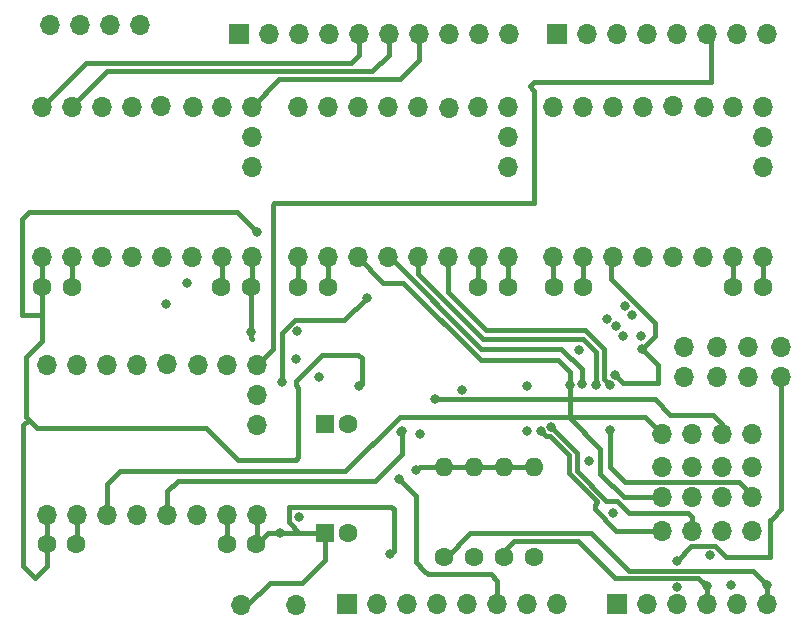
<source format=gbr>
%TF.GenerationSoftware,KiCad,Pcbnew,(6.0.6)*%
%TF.CreationDate,2022-07-08T14:07:57+08:00*%
%TF.ProjectId,Stepper,53746570-7065-4722-9e6b-696361645f70,rev?*%
%TF.SameCoordinates,Original*%
%TF.FileFunction,Copper,L4,Bot*%
%TF.FilePolarity,Positive*%
%FSLAX46Y46*%
G04 Gerber Fmt 4.6, Leading zero omitted, Abs format (unit mm)*
G04 Created by KiCad (PCBNEW (6.0.6)) date 2022-07-08 14:07:57*
%MOMM*%
%LPD*%
G01*
G04 APERTURE LIST*
%TA.AperFunction,ComponentPad*%
%ADD10R,1.700000X1.700000*%
%TD*%
%TA.AperFunction,ComponentPad*%
%ADD11O,1.700000X1.700000*%
%TD*%
%TA.AperFunction,ComponentPad*%
%ADD12C,1.600000*%
%TD*%
%TA.AperFunction,ComponentPad*%
%ADD13O,1.600000X1.600000*%
%TD*%
%TA.AperFunction,ComponentPad*%
%ADD14R,1.600000X1.600000*%
%TD*%
%TA.AperFunction,ViaPad*%
%ADD15C,0.800000*%
%TD*%
%TA.AperFunction,Conductor*%
%ADD16C,0.400000*%
%TD*%
G04 APERTURE END LIST*
D10*
%TO.P,J1,1,Pin_1*%
%TO.N,unconnected-(J1-Pad1)*%
X127940000Y-97460000D03*
D11*
%TO.P,J1,2,Pin_2*%
%TO.N,/IOREF*%
X130480000Y-97460000D03*
%TO.P,J1,3,Pin_3*%
%TO.N,/~{RESET}*%
X133020000Y-97460000D03*
%TO.P,J1,4,Pin_4*%
%TO.N,+3V3*%
X135560000Y-97460000D03*
%TO.P,J1,5,Pin_5*%
%TO.N,+5V*%
X138100000Y-97460000D03*
%TO.P,J1,6,Pin_6*%
%TO.N,GND*%
X140640000Y-97460000D03*
%TO.P,J1,7,Pin_7*%
X143180000Y-97460000D03*
%TO.P,J1,8,Pin_8*%
%TO.N,VCC*%
X145720000Y-97460000D03*
%TD*%
D10*
%TO.P,J3,1,Pin_1*%
%TO.N,/A0*%
X150800000Y-97460000D03*
D11*
%TO.P,J3,2,Pin_2*%
%TO.N,/A1*%
X153340000Y-97460000D03*
%TO.P,J3,3,Pin_3*%
%TO.N,/A2*%
X155880000Y-97460000D03*
%TO.P,J3,4,Pin_4*%
%TO.N,/A3*%
X158420000Y-97460000D03*
%TO.P,J3,5,Pin_5*%
%TO.N,/SDA{slash}A4*%
X160960000Y-97460000D03*
%TO.P,J3,6,Pin_6*%
%TO.N,/SCL{slash}A5*%
X163500000Y-97460000D03*
%TD*%
D10*
%TO.P,J2,1,Pin_1*%
%TO.N,/SCL{slash}A5*%
X118796000Y-49200000D03*
D11*
%TO.P,J2,2,Pin_2*%
%TO.N,/SDA{slash}A4*%
X121336000Y-49200000D03*
%TO.P,J2,3,Pin_3*%
%TO.N,/AREF*%
X123876000Y-49200000D03*
%TO.P,J2,4,Pin_4*%
%TO.N,GND*%
X126416000Y-49200000D03*
%TO.P,J2,5,Pin_5*%
%TO.N,/13*%
X128956000Y-49200000D03*
%TO.P,J2,6,Pin_6*%
%TO.N,/12*%
X131496000Y-49200000D03*
%TO.P,J2,7,Pin_7*%
%TO.N,/\u002A11*%
X134036000Y-49200000D03*
%TO.P,J2,8,Pin_8*%
%TO.N,/\u002A10*%
X136576000Y-49200000D03*
%TO.P,J2,9,Pin_9*%
%TO.N,/\u002A9*%
X139116000Y-49200000D03*
%TO.P,J2,10,Pin_10*%
%TO.N,/8*%
X141656000Y-49200000D03*
%TD*%
D10*
%TO.P,J4,1,Pin_1*%
%TO.N,/7*%
X145720000Y-49200000D03*
D11*
%TO.P,J4,2,Pin_2*%
%TO.N,/\u002A6*%
X148260000Y-49200000D03*
%TO.P,J4,3,Pin_3*%
%TO.N,/\u002A5*%
X150800000Y-49200000D03*
%TO.P,J4,4,Pin_4*%
%TO.N,/4*%
X153340000Y-49200000D03*
%TO.P,J4,5,Pin_5*%
%TO.N,/\u002A3*%
X155880000Y-49200000D03*
%TO.P,J4,6,Pin_6*%
%TO.N,/2*%
X158420000Y-49200000D03*
%TO.P,J4,7,Pin_7*%
%TO.N,/TX{slash}1*%
X160960000Y-49200000D03*
%TO.P,J4,8,Pin_8*%
%TO.N,/RX{slash}0*%
X163500000Y-49200000D03*
%TD*%
%TO.P,,D1,Pin_4*%
%TO.N,N/C*%
X119900000Y-57840000D03*
%TD*%
%TO.P,,D1,Pin_4*%
%TO.N,N/C*%
X133970000Y-68060000D03*
%TD*%
%TO.P,,D1,Pin_4*%
%TO.N,N/C*%
X156500000Y-75660000D03*
%TD*%
%TO.P,,D1,Pin_4*%
%TO.N,N/C*%
X133925799Y-55355827D03*
%TD*%
%TO.P,,D1,Pin_4*%
%TO.N,N/C*%
X131430000Y-68060000D03*
%TD*%
%TO.P,,D1,Pin_4*%
%TO.N,N/C*%
X104660000Y-68000000D03*
%TD*%
%TO.P,,D1,Pin_4*%
%TO.N,N/C*%
X156500000Y-78200000D03*
%TD*%
%TO.P,,D1,Pin_4*%
%TO.N,N/C*%
X117824201Y-77144173D03*
%TD*%
%TO.P,,D1,Pin_4*%
%TO.N,N/C*%
X112700000Y-77140000D03*
%TD*%
%TO.P,,D1,Pin_4*%
%TO.N,N/C*%
X158191710Y-55371710D03*
%TD*%
D12*
%TO.P,REF\u002A\u002A,1*%
%TO.N,N/C*%
X139050000Y-70600000D03*
%TO.P,REF\u002A\u002A,2*%
X141550000Y-70600000D03*
%TD*%
D11*
%TO.P,,D1,Pin_4*%
%TO.N,N/C*%
X117360000Y-68000000D03*
%TD*%
%TO.P,,D1,Pin_4*%
%TO.N,N/C*%
X147960000Y-55300000D03*
%TD*%
%TO.P,,D1,Pin_4*%
%TO.N,N/C*%
X162220000Y-83000000D03*
%TD*%
%TO.P,,D1,Pin_4*%
%TO.N,N/C*%
X147960000Y-68000000D03*
%TD*%
%TO.P,,D1,Pin_4*%
%TO.N,N/C*%
X157160000Y-91200000D03*
%TD*%
%TO.P,,D1,Pin_4*%
%TO.N,N/C*%
X105124201Y-77144173D03*
%TD*%
%TO.P,,D1,Pin_4*%
%TO.N,N/C*%
X120364201Y-82224173D03*
%TD*%
%TO.P,,D1,Pin_4*%
%TO.N,N/C*%
X139050000Y-68060000D03*
%TD*%
%TO.P,,D1,Pin_4*%
%TO.N,N/C*%
X119900000Y-55300000D03*
%TD*%
%TO.P,,D1,Pin_4*%
%TO.N,N/C*%
X150500000Y-68000000D03*
%TD*%
%TO.P,,D1,Pin_4*%
%TO.N,N/C*%
X154620000Y-91200000D03*
%TD*%
%TO.P,,D1,Pin_4*%
%TO.N,N/C*%
X157140000Y-83000000D03*
%TD*%
%TO.P,,D1,Pin_4*%
%TO.N,N/C*%
X145420000Y-68000000D03*
%TD*%
%TO.P,,D1,Pin_4*%
%TO.N,N/C*%
X163200000Y-68000000D03*
%TD*%
%TO.P,,D1,Pin_4*%
%TO.N,N/C*%
X159680000Y-83000000D03*
%TD*%
%TO.P,,D1,Pin_4*%
%TO.N,N/C*%
X150500000Y-55300000D03*
%TD*%
%TO.P,,D1,Pin_4*%
%TO.N,N/C*%
X163200000Y-60380000D03*
%TD*%
%TO.P,,D1,Pin_4*%
%TO.N,N/C*%
X123810000Y-55360000D03*
%TD*%
%TO.P,,D1,Pin_4*%
%TO.N,N/C*%
X119900000Y-60380000D03*
%TD*%
D12*
%TO.P,REF\u002A\u002A,1*%
%TO.N,N/C*%
X160660000Y-70540000D03*
%TO.P,REF\u002A\u002A,2*%
X163160000Y-70540000D03*
%TD*%
%TO.P,REF\u002A\u002A,1*%
%TO.N,N/C*%
X143800000Y-93400000D03*
D13*
%TO.P,REF\u002A\u002A,2*%
X143800000Y-85780000D03*
%TD*%
D11*
%TO.P,,D1,Pin_4*%
%TO.N,N/C*%
X126350000Y-68060000D03*
%TD*%
%TO.P,,D1,Pin_4*%
%TO.N,N/C*%
X115355911Y-77215883D03*
%TD*%
%TO.P,,D1,Pin_4*%
%TO.N,N/C*%
X109740000Y-55300000D03*
%TD*%
%TO.P,,D1,Pin_4*%
%TO.N,N/C*%
X114891710Y-55371710D03*
%TD*%
%TO.P,,D1,Pin_4*%
%TO.N,N/C*%
X141590000Y-68060000D03*
%TD*%
%TO.P,,D1,Pin_4*%
%TO.N,N/C*%
X102584201Y-77144173D03*
%TD*%
%TO.P,,D1,Pin_4*%
%TO.N,N/C*%
X164700000Y-78180000D03*
%TD*%
%TO.P,,D1,Pin_4*%
%TO.N,N/C*%
X161900000Y-78180000D03*
%TD*%
%TO.P,,D1,Pin_4*%
%TO.N,N/C*%
X157160000Y-88400000D03*
%TD*%
%TO.P,,D1,Pin_4*%
%TO.N,N/C*%
X107860000Y-48400000D03*
%TD*%
%TO.P,,D1,Pin_4*%
%TO.N,N/C*%
X159700000Y-91200000D03*
%TD*%
%TO.P,,D1,Pin_4*%
%TO.N,N/C*%
X128890000Y-68060000D03*
%TD*%
%TO.P,,D1,Pin_4*%
%TO.N,N/C*%
X102584201Y-89844173D03*
%TD*%
%TO.P,,D1,Pin_4*%
%TO.N,N/C*%
X160660000Y-68000000D03*
%TD*%
%TO.P,,D1,Pin_4*%
%TO.N,N/C*%
X131430000Y-55360000D03*
%TD*%
D12*
%TO.P,REF\u002A\u002A,1*%
%TO.N,N/C*%
X136180000Y-93400000D03*
D13*
%TO.P,REF\u002A\u002A,2*%
X136180000Y-85780000D03*
%TD*%
D11*
%TO.P,,D1,Pin_4*%
%TO.N,N/C*%
X105124201Y-89844173D03*
%TD*%
%TO.P,,D1,Pin_4*%
%TO.N,N/C*%
X157160000Y-85800000D03*
%TD*%
%TO.P,,D1,Pin_4*%
%TO.N,N/C*%
X153040000Y-68000000D03*
%TD*%
%TO.P,,D1,Pin_4*%
%TO.N,N/C*%
X141590000Y-55360000D03*
%TD*%
%TO.P,,D1,Pin_4*%
%TO.N,N/C*%
X119900000Y-68000000D03*
%TD*%
%TO.P,,D1,Pin_4*%
%TO.N,N/C*%
X117824201Y-89844173D03*
%TD*%
D14*
%TO.P,REF\u002A\u002A,1*%
%TO.N,N/C*%
X126044888Y-91400000D03*
D12*
%TO.P,REF\u002A\u002A,2*%
X128044888Y-91400000D03*
%TD*%
D11*
%TO.P,,D1,Pin_4*%
%TO.N,N/C*%
X104660000Y-55300000D03*
%TD*%
D12*
%TO.P,REF\u002A\u002A,1*%
%TO.N,N/C*%
X138720000Y-93400000D03*
D13*
%TO.P,REF\u002A\u002A,2*%
X138720000Y-85780000D03*
%TD*%
D11*
%TO.P,,D1,Pin_4*%
%TO.N,N/C*%
X161900000Y-75640000D03*
%TD*%
%TO.P,,D1,Pin_4*%
%TO.N,N/C*%
X102120000Y-55300000D03*
%TD*%
%TO.P,,D1,Pin_4*%
%TO.N,N/C*%
X163200000Y-57840000D03*
%TD*%
%TO.P,,D1,Pin_4*%
%TO.N,N/C*%
X154620000Y-85800000D03*
%TD*%
%TO.P,,D1,Pin_4*%
%TO.N,N/C*%
X162240000Y-88400000D03*
%TD*%
%TO.P,,D1,Pin_4*%
%TO.N,N/C*%
X136581710Y-55431710D03*
%TD*%
%TO.P,,D1,Pin_4*%
%TO.N,N/C*%
X155580000Y-68000000D03*
%TD*%
%TO.P,,D1,Pin_4*%
%TO.N,N/C*%
X164700000Y-75640000D03*
%TD*%
%TO.P,,D1,Pin_4*%
%TO.N,N/C*%
X141590000Y-60440000D03*
%TD*%
D12*
%TO.P,REF\u002A\u002A,1*%
%TO.N,N/C*%
X141260000Y-93400000D03*
D13*
%TO.P,REF\u002A\u002A,2*%
X141260000Y-85780000D03*
%TD*%
D11*
%TO.P,,D1,Pin_4*%
%TO.N,N/C*%
X109740000Y-68000000D03*
%TD*%
%TO.P,,D1,Pin_4*%
%TO.N,N/C*%
X136510000Y-68060000D03*
%TD*%
%TO.P,,D1,Pin_4*%
%TO.N,N/C*%
X159700000Y-85800000D03*
%TD*%
%TO.P,,D1,Pin_4*%
%TO.N,N/C*%
X154620000Y-88400000D03*
%TD*%
%TO.P,,D1,Pin_4*%
%TO.N,N/C*%
X160660000Y-55300000D03*
%TD*%
%TO.P,,D1,Pin_4*%
%TO.N,N/C*%
X114820000Y-68000000D03*
%TD*%
%TO.P,,D1,Pin_4*%
%TO.N,N/C*%
X123810000Y-68060000D03*
%TD*%
%TO.P,,D1,Pin_4*%
%TO.N,N/C*%
X120364201Y-89844173D03*
%TD*%
%TO.P,,D1,Pin_4*%
%TO.N,N/C*%
X107664201Y-89844173D03*
%TD*%
%TO.P,,D1,Pin_4*%
%TO.N,N/C*%
X128890000Y-55360000D03*
%TD*%
%TO.P,,D1,Pin_4*%
%TO.N,N/C*%
X117360000Y-55300000D03*
%TD*%
%TO.P,,D1,Pin_4*%
%TO.N,N/C*%
X155535799Y-55295827D03*
%TD*%
%TO.P,,D1,Pin_4*%
%TO.N,N/C*%
X163200000Y-55300000D03*
%TD*%
%TO.P,,D1,Pin_4*%
%TO.N,N/C*%
X159700000Y-88400000D03*
%TD*%
D12*
%TO.P,REF\u002A\u002A,1*%
%TO.N,N/C*%
X145460000Y-70540000D03*
%TO.P,REF\u002A\u002A,2*%
X147960000Y-70540000D03*
%TD*%
D11*
%TO.P,,D1,Pin_4*%
%TO.N,GND*%
X123600000Y-97500000D03*
%TD*%
%TO.P,,D1,Pin_4*%
%TO.N,N/C*%
X115284201Y-89844173D03*
%TD*%
%TO.P,,D1,Pin_4*%
%TO.N,N/C*%
X126350000Y-55360000D03*
%TD*%
D14*
%TO.P,REF\u002A\u002A,1*%
%TO.N,N/C*%
X126044888Y-82200000D03*
D12*
%TO.P,REF\u002A\u002A,2*%
X128044888Y-82200000D03*
%TD*%
D11*
%TO.P,,D1,Pin_4*%
%TO.N,N/C*%
X112280000Y-68000000D03*
%TD*%
%TO.P,,D1,Pin_4*%
%TO.N,N/C*%
X159300000Y-75640000D03*
%TD*%
D12*
%TO.P,REF\u002A\u002A,1*%
%TO.N,N/C*%
X123810000Y-70600000D03*
%TO.P,REF\u002A\u002A,2*%
X126310000Y-70600000D03*
%TD*%
D11*
%TO.P,,D1,Pin_4*%
%TO.N,N/C*%
X107200000Y-55300000D03*
%TD*%
%TO.P,,D1,Pin_4*%
%TO.N,N/C*%
X110204201Y-77144173D03*
%TD*%
%TO.P,,D1,Pin_4*%
%TO.N,N/C*%
X153040000Y-55300000D03*
%TD*%
%TO.P,,D1,Pin_4*%
%TO.N,VCC*%
X119000000Y-97500000D03*
%TD*%
%TO.P,,D1,Pin_4*%
%TO.N,N/C*%
X102120000Y-68000000D03*
%TD*%
%TO.P,,D1,Pin_4*%
%TO.N,N/C*%
X110204201Y-89844173D03*
%TD*%
D12*
%TO.P,REF\u002A\u002A,1*%
%TO.N,N/C*%
X102540000Y-92380000D03*
%TO.P,REF\u002A\u002A,2*%
X105040000Y-92380000D03*
%TD*%
D11*
%TO.P,,D1,Pin_4*%
%TO.N,N/C*%
X162240000Y-85800000D03*
%TD*%
%TO.P,,D1,Pin_4*%
%TO.N,N/C*%
X112744201Y-89844173D03*
%TD*%
%TO.P,,D1,Pin_4*%
%TO.N,N/C*%
X107200000Y-68000000D03*
%TD*%
%TO.P,,D1,Pin_4*%
%TO.N,N/C*%
X141590000Y-57900000D03*
%TD*%
%TO.P,,D1,Pin_4*%
%TO.N,N/C*%
X162240000Y-91200000D03*
%TD*%
%TO.P,,D1,Pin_4*%
%TO.N,N/C*%
X145420000Y-55300000D03*
%TD*%
%TO.P,,D1,Pin_4*%
%TO.N,N/C*%
X120364201Y-79684173D03*
%TD*%
%TO.P,,D1,Pin_4*%
%TO.N,N/C*%
X158120000Y-68000000D03*
%TD*%
D12*
%TO.P,REF\u002A\u002A,1*%
%TO.N,N/C*%
X117780000Y-92380000D03*
%TO.P,REF\u002A\u002A,2*%
X120280000Y-92380000D03*
%TD*%
%TO.P,REF\u002A\u002A,1*%
%TO.N,N/C*%
X102146709Y-70571710D03*
%TO.P,REF\u002A\u002A,2*%
X104646709Y-70571710D03*
%TD*%
D11*
%TO.P,,D1,Pin_4*%
%TO.N,N/C*%
X110400000Y-48400000D03*
%TD*%
%TO.P,,D1,Pin_4*%
%TO.N,N/C*%
X112235799Y-55295827D03*
%TD*%
%TO.P,,D1,Pin_4*%
%TO.N,N/C*%
X154600000Y-83000000D03*
%TD*%
%TO.P,,D1,Pin_4*%
%TO.N,N/C*%
X102780000Y-48400000D03*
%TD*%
%TO.P,,D1,Pin_4*%
%TO.N,N/C*%
X120364201Y-77144173D03*
%TD*%
%TO.P,,D1,Pin_4*%
%TO.N,N/C*%
X105320000Y-48400000D03*
%TD*%
%TO.P,,D1,Pin_4*%
%TO.N,N/C*%
X159300000Y-78180000D03*
%TD*%
%TO.P,,D1,Pin_4*%
%TO.N,N/C*%
X139050000Y-55360000D03*
%TD*%
%TO.P,,D1,Pin_4*%
%TO.N,N/C*%
X107664201Y-77144173D03*
%TD*%
D12*
%TO.P,REF\u002A\u002A,1*%
%TO.N,N/C*%
X117315799Y-70540000D03*
%TO.P,REF\u002A\u002A,2*%
X119815799Y-70540000D03*
%TD*%
D15*
%TO.N,*%
X152800000Y-74700000D03*
X137700000Y-79300000D03*
X150200000Y-78900000D03*
X135400000Y-80100000D03*
X150200000Y-78900000D03*
X158700000Y-93300000D03*
X131600000Y-93200000D03*
X132550000Y-82850000D03*
X134100000Y-83000000D03*
X148400000Y-85300000D03*
X151300000Y-74700000D03*
X134100000Y-83000000D03*
X150600000Y-78000000D03*
X149000000Y-78900000D03*
X134100000Y-83000000D03*
X132600000Y-82800000D03*
X150700000Y-73900000D03*
X147800000Y-78800000D03*
X145200000Y-82400000D03*
X150200000Y-82700000D03*
X143200000Y-79000000D03*
X144350000Y-82750000D03*
X150000000Y-73300000D03*
X152900000Y-75800000D03*
X134100000Y-83000000D03*
X150500000Y-89700000D03*
X143200000Y-82800000D03*
X151500000Y-72200000D03*
X123700000Y-74300000D03*
X152050000Y-72950000D03*
X146800000Y-78900000D03*
X145200000Y-82400000D03*
X147800000Y-78800000D03*
X114400000Y-70200000D03*
%TO.N,GND*%
X120350000Y-65950000D03*
X123850000Y-90050000D03*
X132350000Y-86850000D03*
X129000000Y-79000000D03*
X123600000Y-76700000D03*
X133800000Y-86100000D03*
%TO.N,+5V*%
X147600000Y-75900000D03*
X112600000Y-72000000D03*
X125600000Y-78200000D03*
%TO.N,/A2*%
X155880000Y-96020000D03*
X155850000Y-93750000D03*
%TO.N,/A3*%
X158420000Y-95920000D03*
%TO.N,/SDA{slash}A4*%
X160450000Y-95850000D03*
%TO.N,/SCL{slash}A5*%
X163500000Y-95800000D03*
%TO.N,VCC*%
X129600000Y-71500000D03*
X119815799Y-74400000D03*
X122400000Y-78600000D03*
X122300000Y-91400000D03*
%TD*%
D16*
%TO.N,*%
X148900000Y-89000000D02*
X149100000Y-88800000D01*
X131560000Y-68060000D02*
X139300000Y-75800000D01*
X145200000Y-82400000D02*
X147400000Y-84600000D01*
X131030000Y-70200000D02*
X132700000Y-70200000D01*
X154300000Y-77200000D02*
X152900000Y-75800000D01*
X150200000Y-82700000D02*
X150200000Y-85800000D01*
X132600000Y-84700000D02*
X132600000Y-82800000D01*
X157160000Y-90060000D02*
X157160000Y-91200000D01*
X139700000Y-74200000D02*
X148100000Y-74200000D01*
X149000000Y-78700000D02*
X149000000Y-78900000D01*
X161100000Y-87100000D02*
X162240000Y-88240000D01*
X146800000Y-78900000D02*
X146800000Y-81700000D01*
X146800000Y-81700000D02*
X149400000Y-84300000D01*
X107664201Y-89844173D02*
X107664201Y-87235799D01*
X162240000Y-88240000D02*
X162240000Y-88400000D01*
X149100000Y-78600000D02*
X149000000Y-78700000D01*
X139500000Y-75000000D02*
X147900000Y-75000000D01*
X150300000Y-69900000D02*
X150300000Y-68200000D01*
X147800000Y-77500000D02*
X147800000Y-78800000D01*
X147400000Y-86200000D02*
X149900000Y-88700000D01*
X150700000Y-91200000D02*
X148900000Y-89400000D01*
X146800000Y-77800000D02*
X146800000Y-78900000D01*
X113600000Y-87000000D02*
X130300000Y-87000000D01*
X150600000Y-78000000D02*
X151300000Y-78700000D01*
X133970000Y-68060000D02*
X133970000Y-69470000D01*
X146100000Y-75800000D02*
X147800000Y-77500000D01*
X159680000Y-82180000D02*
X159680000Y-83000000D01*
X150800000Y-88700000D02*
X151800000Y-89700000D01*
X150300000Y-68200000D02*
X150500000Y-68000000D01*
X148100000Y-74200000D02*
X149700000Y-75800000D01*
X149400000Y-86400000D02*
X151400000Y-88400000D01*
X112744201Y-87855799D02*
X113600000Y-87000000D01*
X130300000Y-87000000D02*
X132600000Y-84700000D01*
X149400000Y-84300000D02*
X149400000Y-86400000D01*
X149100000Y-88800000D02*
X149100000Y-88700000D01*
X145100000Y-83200000D02*
X144800000Y-83200000D01*
X147400000Y-84600000D02*
X147400000Y-86200000D01*
X135400000Y-80100000D02*
X154000000Y-80100000D01*
X147900000Y-75000000D02*
X149000000Y-76100000D01*
X151300000Y-78700000D02*
X154300000Y-78700000D01*
X107664201Y-87235799D02*
X108700000Y-86200000D01*
X154300000Y-78700000D02*
X154300000Y-77200000D01*
X149000000Y-78500000D02*
X149100000Y-78600000D01*
X139300000Y-76800000D02*
X145800000Y-76800000D01*
X151500000Y-87100000D02*
X161100000Y-87100000D01*
X154620000Y-91200000D02*
X150700000Y-91200000D01*
X146700000Y-86300000D02*
X146700000Y-84800000D01*
X148900000Y-89400000D02*
X148900000Y-89000000D01*
X149100000Y-88700000D02*
X146700000Y-86300000D01*
X155300000Y-81400000D02*
X158900000Y-81400000D01*
X154000000Y-73600000D02*
X150300000Y-69900000D01*
X150200000Y-85800000D02*
X151500000Y-87100000D01*
X152900000Y-75800000D02*
X154000000Y-74700000D01*
X128890000Y-68060000D02*
X131030000Y-70200000D01*
X151400000Y-88400000D02*
X154620000Y-88400000D01*
X133970000Y-69470000D02*
X139500000Y-75000000D01*
X153200000Y-81600000D02*
X154600000Y-83000000D01*
X139300000Y-75800000D02*
X146100000Y-75800000D01*
X131430000Y-68060000D02*
X131560000Y-68060000D01*
X149900000Y-88700000D02*
X150800000Y-88700000D01*
X158900000Y-81400000D02*
X159680000Y-82180000D01*
X149700000Y-75800000D02*
X149700000Y-78400000D01*
X136510000Y-71010000D02*
X139700000Y-74200000D01*
X154000000Y-74700000D02*
X154000000Y-73600000D01*
X108700000Y-86200000D02*
X127800000Y-86200000D01*
X154000000Y-80100000D02*
X155300000Y-81400000D01*
X132700000Y-70200000D02*
X139300000Y-76800000D01*
X145800000Y-76800000D02*
X146800000Y-77800000D01*
X132400000Y-81600000D02*
X153200000Y-81600000D01*
X127800000Y-86200000D02*
X132400000Y-81600000D01*
X149000000Y-76100000D02*
X149000000Y-78500000D01*
X144800000Y-83200000D02*
X144350000Y-82750000D01*
X136510000Y-68060000D02*
X136510000Y-71010000D01*
X112744201Y-89844173D02*
X112744201Y-87855799D01*
X132550000Y-82850000D02*
X132600000Y-82800000D01*
X156800000Y-89700000D02*
X157160000Y-90060000D01*
X151800000Y-89700000D02*
X156800000Y-89700000D01*
X149700000Y-78400000D02*
X150200000Y-78900000D01*
X146700000Y-84800000D02*
X145100000Y-83200000D01*
%TO.N,GND*%
X140100000Y-94900000D02*
X140640000Y-95440000D01*
X125800000Y-76300000D02*
X128900000Y-76300000D01*
X134500000Y-94600000D02*
X134800000Y-94900000D01*
X117824201Y-89844173D02*
X117824201Y-92335799D01*
X134800000Y-94900000D02*
X140100000Y-94900000D01*
X101000000Y-64200000D02*
X118600000Y-64200000D01*
X123800000Y-79100000D02*
X123600000Y-78900000D01*
X116000000Y-82500000D02*
X118700000Y-85200000D01*
X160660000Y-68000000D02*
X160660000Y-70540000D01*
X102540000Y-92380000D02*
X102540000Y-94160000D01*
X134120000Y-85780000D02*
X133800000Y-86100000D01*
X100800000Y-81600000D02*
X101000000Y-81800000D01*
X101700000Y-82500000D02*
X116000000Y-82500000D01*
X101400000Y-82200000D02*
X101700000Y-82500000D01*
X100500000Y-94200000D02*
X100500000Y-82300000D01*
X100453291Y-72953291D02*
X100400000Y-72900000D01*
X101000000Y-81800000D02*
X101400000Y-82200000D01*
X133800000Y-93900000D02*
X134500000Y-94600000D01*
X136180000Y-85780000D02*
X143800000Y-85780000D01*
X117360000Y-68000000D02*
X117360000Y-70495799D01*
X102584201Y-92335799D02*
X102540000Y-92380000D01*
X102540000Y-94160000D02*
X101500000Y-95200000D01*
X100400000Y-72900000D02*
X100400000Y-64800000D01*
X123600000Y-85200000D02*
X123800000Y-85000000D01*
X102120000Y-68000000D02*
X102120000Y-70545001D01*
X102146709Y-72953291D02*
X102146709Y-75153291D01*
X123600000Y-78900000D02*
X123600000Y-78500000D01*
X120350000Y-65950000D02*
X120400000Y-66000000D01*
X100400000Y-64800000D02*
X101000000Y-64200000D01*
X118700000Y-85200000D02*
X119100000Y-85200000D01*
X102120000Y-70545001D02*
X102146709Y-70571710D01*
X133800000Y-88300000D02*
X132350000Y-86850000D01*
X140640000Y-95440000D02*
X140640000Y-97460000D01*
X123800000Y-85000000D02*
X123800000Y-79100000D01*
X129200000Y-78800000D02*
X129000000Y-79000000D01*
X100800000Y-76500000D02*
X100800000Y-81600000D01*
X102584201Y-89844173D02*
X102584201Y-92335799D01*
X119100000Y-85200000D02*
X123600000Y-85200000D01*
X102146709Y-72953291D02*
X100453291Y-72953291D01*
X102146709Y-70571710D02*
X102146709Y-72953291D01*
X145420000Y-70500000D02*
X145460000Y-70540000D01*
X133800000Y-93900000D02*
X133800000Y-88300000D01*
X123810000Y-68060000D02*
X123810000Y-70600000D01*
X100500000Y-82300000D02*
X101000000Y-81800000D01*
X139050000Y-68060000D02*
X139050000Y-70600000D01*
X132350000Y-86850000D02*
X132200000Y-86700000D01*
X136180000Y-85780000D02*
X134120000Y-85780000D01*
X123600000Y-78500000D02*
X125800000Y-76300000D01*
X118600000Y-64200000D02*
X120350000Y-65950000D01*
X101500000Y-95200000D02*
X100500000Y-94200000D01*
X145420000Y-68000000D02*
X145420000Y-70500000D01*
X117824201Y-92335799D02*
X117780000Y-92380000D01*
X128900000Y-76300000D02*
X129200000Y-76600000D01*
X129200000Y-76600000D02*
X129200000Y-78800000D01*
X102146709Y-75153291D02*
X100800000Y-76500000D01*
X117360000Y-70495799D02*
X117315799Y-70540000D01*
%TO.N,+5V*%
X105124201Y-89844173D02*
X105124201Y-92295799D01*
X104660000Y-68000000D02*
X104660000Y-70558419D01*
X147960000Y-68000000D02*
X147960000Y-70540000D01*
X105124201Y-92295799D02*
X105040000Y-92380000D01*
X126350000Y-68060000D02*
X126350000Y-70560000D01*
X126350000Y-70560000D02*
X126310000Y-70600000D01*
X104660000Y-70558419D02*
X104646709Y-70571710D01*
%TO.N,/A2*%
X160000000Y-93400000D02*
X159300000Y-92700000D01*
X163900000Y-90200000D02*
X163800000Y-90300000D01*
X155850000Y-93750000D02*
X155800000Y-93800000D01*
X164700000Y-89400000D02*
X163900000Y-90200000D01*
X159300000Y-92700000D02*
X159100000Y-92500000D01*
X163800000Y-90300000D02*
X163800000Y-93400000D01*
X164700000Y-78180000D02*
X164700000Y-89400000D01*
X163800000Y-93400000D02*
X160000000Y-93400000D01*
X159100000Y-92500000D02*
X157700000Y-92500000D01*
X157100000Y-92500000D02*
X155850000Y-93750000D01*
X157700000Y-92500000D02*
X157100000Y-92500000D01*
%TO.N,/A3*%
X150600000Y-95200000D02*
X157700000Y-95200000D01*
X157700000Y-95200000D02*
X158420000Y-95920000D01*
X158420000Y-95920000D02*
X158420000Y-97460000D01*
X141260000Y-93400000D02*
X141260000Y-92940000D01*
X147900000Y-92500000D02*
X149800000Y-94400000D01*
X149800000Y-94400000D02*
X150600000Y-95200000D01*
X147500000Y-92100000D02*
X147900000Y-92500000D01*
X141260000Y-92940000D02*
X142100000Y-92100000D01*
X142100000Y-92100000D02*
X147500000Y-92100000D01*
%TO.N,/SCL{slash}A5*%
X163500000Y-95800000D02*
X163500000Y-97460000D01*
X136400000Y-93400000D02*
X138300000Y-91500000D01*
X162300000Y-94600000D02*
X163500000Y-95800000D01*
X151600000Y-94400000D02*
X151800000Y-94600000D01*
X138300000Y-91500000D02*
X138400000Y-91400000D01*
X136180000Y-93400000D02*
X136400000Y-93400000D01*
X138400000Y-91400000D02*
X148600000Y-91400000D01*
X148600000Y-91400000D02*
X151600000Y-94400000D01*
X151800000Y-94600000D02*
X162300000Y-94600000D01*
%TO.N,/13*%
X128956000Y-50944000D02*
X128956000Y-49200000D01*
X105820000Y-51600000D02*
X128300000Y-51600000D01*
X102120000Y-55300000D02*
X105820000Y-51600000D01*
X128300000Y-51600000D02*
X128956000Y-50944000D01*
%TO.N,/12*%
X107600000Y-52300000D02*
X130100000Y-52300000D01*
X131496000Y-50904000D02*
X131496000Y-49200000D01*
X130100000Y-52300000D02*
X131496000Y-50904000D01*
X104660000Y-55240000D02*
X107600000Y-52300000D01*
X104660000Y-55300000D02*
X104660000Y-55240000D01*
%TO.N,/\u002A11*%
X134036000Y-51364000D02*
X134036000Y-49200000D01*
X122200000Y-53000000D02*
X132400000Y-53000000D01*
X119900000Y-55300000D02*
X122200000Y-53000000D01*
X132400000Y-53000000D02*
X134036000Y-51364000D01*
%TO.N,/2*%
X121800000Y-63500000D02*
X143800000Y-63500000D01*
X121700000Y-63600000D02*
X121800000Y-63500000D01*
X143400000Y-53600000D02*
X143800000Y-53200000D01*
X143800000Y-54000000D02*
X143400000Y-53600000D01*
X143800000Y-63500000D02*
X143800000Y-54000000D01*
X121700000Y-75808374D02*
X121700000Y-74300000D01*
X143800000Y-53200000D02*
X158800000Y-53200000D01*
X121700000Y-74300000D02*
X121700000Y-63600000D01*
X158800000Y-53200000D02*
X158800000Y-49580000D01*
X158800000Y-49580000D02*
X158420000Y-49200000D01*
X120364201Y-77144173D02*
X121700000Y-75808374D01*
%TO.N,VCC*%
X124100000Y-95600000D02*
X126044888Y-93655112D01*
X131700000Y-89200000D02*
X131900000Y-89400000D01*
X119900000Y-68000000D02*
X119900000Y-70455799D01*
X119900000Y-70455799D02*
X119815799Y-70540000D01*
X119500000Y-97500000D02*
X121400000Y-95600000D01*
X123000000Y-89200000D02*
X131700000Y-89200000D01*
X121260000Y-91400000D02*
X120280000Y-92380000D01*
X122400000Y-74500000D02*
X122400000Y-78600000D01*
X123500000Y-73400000D02*
X122400000Y-74500000D01*
X123000000Y-90500000D02*
X123000000Y-89200000D01*
X131900000Y-89400000D02*
X131900000Y-92900000D01*
X126044888Y-91400000D02*
X123900000Y-91400000D01*
X127700000Y-73400000D02*
X123500000Y-73400000D01*
X121400000Y-95600000D02*
X124100000Y-95600000D01*
X119000000Y-97500000D02*
X119500000Y-97500000D01*
X131900000Y-92900000D02*
X131600000Y-93200000D01*
X119815799Y-70540000D02*
X119815799Y-74400000D01*
X120364201Y-89844173D02*
X120364201Y-92295799D01*
X123900000Y-91400000D02*
X122300000Y-91400000D01*
X123900000Y-91400000D02*
X123000000Y-90500000D01*
X163200000Y-68000000D02*
X163160000Y-68040000D01*
X163160000Y-68040000D02*
X163160000Y-70540000D01*
X119815799Y-74400000D02*
X119815799Y-74915799D01*
X119815799Y-74915799D02*
X119900000Y-75000000D01*
X141590000Y-70560000D02*
X141550000Y-70600000D01*
X120364201Y-92295799D02*
X120280000Y-92380000D01*
X122300000Y-91400000D02*
X121260000Y-91400000D01*
X129600000Y-71500000D02*
X127700000Y-73400000D01*
X141590000Y-68060000D02*
X141590000Y-70560000D01*
X126044888Y-93655112D02*
X126044888Y-91400000D01*
%TD*%
M02*

</source>
